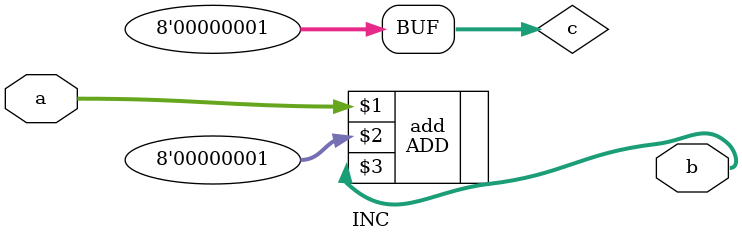
<source format=v>
`timescale 1ns/1ns

module INC(a,b);
    input [7:0] a;
    wire [7:0] c;
    output [7:0] b;
    // assigning wire c the value (00000001)₂
    buf (c[7],0);
    buf (c[6],0);
    buf (c[5],0);
    buf (c[4],0);
    buf (c[3],0);
    buf (c[2],0);
    buf (c[1],0);
    buf (c[0],1);
    ADD add(a,c,b);
endmodule
</source>
